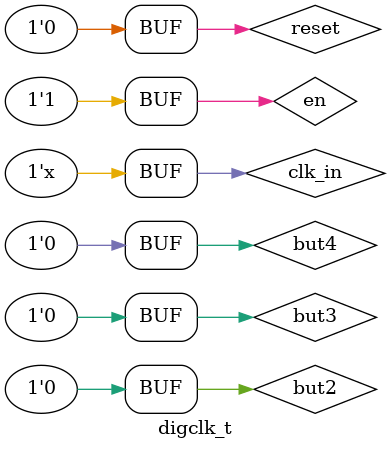
<source format=v>
module digclk_t();
reg reset, clk_in, en, but2, but3, but4;
wire [5:0]sec, min;
wire [4:0] hrs;
digclk_s d0(clk_in, reset, en, sec, min, hrs, but2, but3, but4);
initial
begin
	but2 = 1'b0;
	but3 = 1'b0;
	but4 = 1'b0;
	en=1'b0;
	clk_in=1'b1;
	reset=1'b1;
	#100;
	en=1'b1;
	reset=1'b0;
	#200;
	but2 = 1'b1;
	#20; but3 = 1'b1;
	#20; but3 = 1'b0;
	#20; but3 = 1'b1;
	#20; but3 = 1'b0;
	#20; but3 = 1'b1;
	#20; but3 = 1'b0;
	
	
	#20; but4 = 1'b1;
	#20; but4 = 1'b0;
	#20; but4 = 1'b1;
	#20; but4 = 1'b0;
	#50; but2 = 1'b0;
end
always #10 clk_in=~clk_in;
endmodule 
</source>
